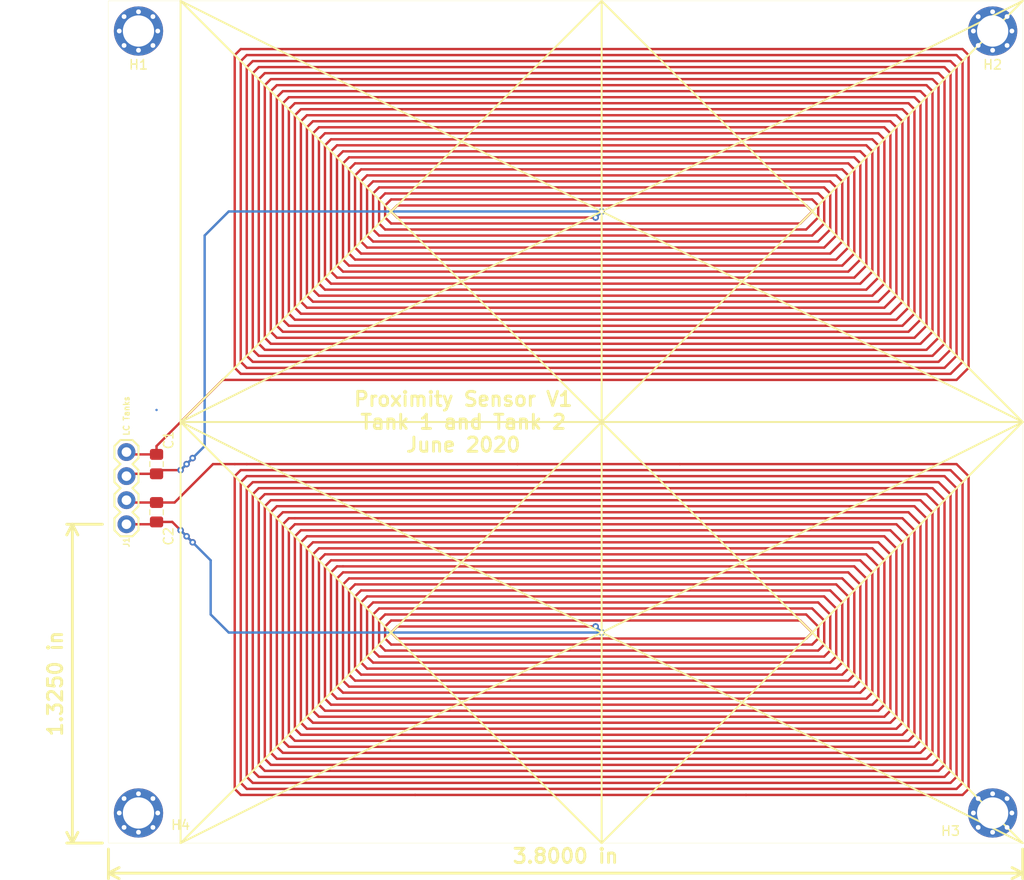
<source format=kicad_pcb>
(kicad_pcb (version 20171130) (host pcbnew "(5.0.2)-1")

  (general
    (thickness 1.6)
    (drawings 20)
    (tracks 499)
    (zones 0)
    (modules 7)
    (nets 7)
  )

  (page USLetter)
  (title_block
    (title "Proximity Sensor Tank: 2 Coils")
    (date 2020-06-24)
    (comment 4 "Cristinel Ababei")
  )

  (layers
    (0 F.Cu signal)
    (31 B.Cu signal)
    (32 B.Adhes user)
    (33 F.Adhes user)
    (34 B.Paste user)
    (35 F.Paste user)
    (36 B.SilkS user)
    (37 F.SilkS user)
    (38 B.Mask user)
    (39 F.Mask user)
    (40 Dwgs.User user)
    (41 Cmts.User user)
    (42 Eco1.User user)
    (43 Eco2.User user)
    (44 Edge.Cuts user)
    (45 Margin user)
    (46 B.CrtYd user)
    (47 F.CrtYd user)
    (48 B.Fab user)
    (49 F.Fab user)
  )

  (setup
    (last_trace_width 0.254)
    (user_trace_width 0.254)
    (user_trace_width 0.508)
    (trace_clearance 0.1524)
    (zone_clearance 0.508)
    (zone_45_only no)
    (trace_min 0.2286)
    (segment_width 0.2)
    (edge_width 0.15)
    (via_size 0.6858)
    (via_drill 0.3302)
    (via_min_size 0.6858)
    (via_min_drill 0.3302)
    (uvia_size 0.6858)
    (uvia_drill 0.3302)
    (uvias_allowed no)
    (uvia_min_size 0.2)
    (uvia_min_drill 0.1)
    (pcb_text_width 0.3)
    (pcb_text_size 1.5 1.5)
    (mod_edge_width 0.15)
    (mod_text_size 1 1)
    (mod_text_width 0.15)
    (pad_size 1.524 1.524)
    (pad_drill 0.762)
    (pad_to_mask_clearance 0.0508)
    (solder_mask_min_width 0.1016)
    (aux_axis_origin 0 0)
    (visible_elements 7FFFFFFF)
    (pcbplotparams
      (layerselection 0x010f0_ffffffff)
      (usegerberextensions false)
      (usegerberattributes false)
      (usegerberadvancedattributes false)
      (creategerberjobfile false)
      (excludeedgelayer true)
      (linewidth 0.100000)
      (plotframeref false)
      (viasonmask false)
      (mode 1)
      (useauxorigin false)
      (hpglpennumber 1)
      (hpglpenspeed 20)
      (hpglpendiameter 15.000000)
      (psnegative false)
      (psa4output false)
      (plotreference true)
      (plotvalue true)
      (plotinvisibletext false)
      (padsonsilk false)
      (subtractmaskfromsilk false)
      (outputformat 1)
      (mirror false)
      (drillshape 0)
      (scaleselection 1)
      (outputdirectory "Gerber_Files"))
  )

  (net 0 "")
  (net 1 /LC2)
  (net 2 /LC1)
  (net 3 "Net-(H1-Pad1)")
  (net 4 "Net-(H2-Pad1)")
  (net 5 "Net-(H3-Pad1)")
  (net 6 "Net-(H4-Pad1)")

  (net_class Default "This is the default net class."
    (clearance 0.1524)
    (trace_width 0.254)
    (via_dia 0.6858)
    (via_drill 0.3302)
    (uvia_dia 0.6858)
    (uvia_drill 0.3302)
    (diff_pair_gap 0.254)
    (diff_pair_width 0.2286)
    (add_net /LC1)
    (add_net /LC2)
    (add_net "Net-(H1-Pad1)")
    (add_net "Net-(H2-Pad1)")
    (add_net "Net-(H3-Pad1)")
    (add_net "Net-(H4-Pad1)")
  )

  (module Capacitor_SMD:C_0805_2012Metric_Pad1.15x1.40mm_HandSolder (layer F.Cu) (tedit 5B36C52B) (tstamp 5F0259E5)
    (at 30.48 74.295 90)
    (descr "Capacitor SMD 0805 (2012 Metric), square (rectangular) end terminal, IPC_7351 nominal with elongated pad for handsoldering. (Body size source: https://docs.google.com/spreadsheets/d/1BsfQQcO9C6DZCsRaXUlFlo91Tg2WpOkGARC1WS5S8t0/edit?usp=sharing), generated with kicad-footprint-generator")
    (tags "capacitor handsolder")
    (path /5EF40050)
    (attr smd)
    (fp_text reference C1 (at 2.54 1.27 90) (layer F.SilkS)
      (effects (font (size 1 1) (thickness 0.15)))
    )
    (fp_text value 270pF (at 6.35 1.27 90) (layer F.Fab)
      (effects (font (size 1 1) (thickness 0.15)))
    )
    (fp_text user %R (at 0 0 90) (layer F.Fab)
      (effects (font (size 0.5 0.5) (thickness 0.08)))
    )
    (fp_line (start 1.85 0.95) (end -1.85 0.95) (layer F.CrtYd) (width 0.05))
    (fp_line (start 1.85 -0.95) (end 1.85 0.95) (layer F.CrtYd) (width 0.05))
    (fp_line (start -1.85 -0.95) (end 1.85 -0.95) (layer F.CrtYd) (width 0.05))
    (fp_line (start -1.85 0.95) (end -1.85 -0.95) (layer F.CrtYd) (width 0.05))
    (fp_line (start -0.261252 0.71) (end 0.261252 0.71) (layer F.SilkS) (width 0.12))
    (fp_line (start -0.261252 -0.71) (end 0.261252 -0.71) (layer F.SilkS) (width 0.12))
    (fp_line (start 1 0.6) (end -1 0.6) (layer F.Fab) (width 0.1))
    (fp_line (start 1 -0.6) (end 1 0.6) (layer F.Fab) (width 0.1))
    (fp_line (start -1 -0.6) (end 1 -0.6) (layer F.Fab) (width 0.1))
    (fp_line (start -1 0.6) (end -1 -0.6) (layer F.Fab) (width 0.1))
    (pad 2 smd roundrect (at 1.025 0 90) (size 1.15 1.4) (layers F.Cu F.Paste F.Mask) (roundrect_rratio 0.217391)
      (net 2 /LC1))
    (pad 1 smd roundrect (at -1.025 0 90) (size 1.15 1.4) (layers F.Cu F.Paste F.Mask) (roundrect_rratio 0.217391)
      (net 2 /LC1))
    (model ${KISYS3DMOD}/Capacitor_SMD.3dshapes/C_0805_2012Metric.wrl
      (at (xyz 0 0 0))
      (scale (xyz 1 1 1))
      (rotate (xyz 0 0 0))
    )
  )

  (module Capacitor_SMD:C_0805_2012Metric_Pad1.15x1.40mm_HandSolder (layer F.Cu) (tedit 5B36C52B) (tstamp 5F0259F6)
    (at 30.48 79.375 90)
    (descr "Capacitor SMD 0805 (2012 Metric), square (rectangular) end terminal, IPC_7351 nominal with elongated pad for handsoldering. (Body size source: https://docs.google.com/spreadsheets/d/1BsfQQcO9C6DZCsRaXUlFlo91Tg2WpOkGARC1WS5S8t0/edit?usp=sharing), generated with kicad-footprint-generator")
    (tags "capacitor handsolder")
    (path /5EF401C2)
    (attr smd)
    (fp_text reference C2 (at -2.54 1.27 90) (layer F.SilkS)
      (effects (font (size 1 1) (thickness 0.15)))
    )
    (fp_text value 270pF (at -6.35 1.27 90) (layer F.Fab)
      (effects (font (size 1 1) (thickness 0.15)))
    )
    (fp_line (start -1 0.6) (end -1 -0.6) (layer F.Fab) (width 0.1))
    (fp_line (start -1 -0.6) (end 1 -0.6) (layer F.Fab) (width 0.1))
    (fp_line (start 1 -0.6) (end 1 0.6) (layer F.Fab) (width 0.1))
    (fp_line (start 1 0.6) (end -1 0.6) (layer F.Fab) (width 0.1))
    (fp_line (start -0.261252 -0.71) (end 0.261252 -0.71) (layer F.SilkS) (width 0.12))
    (fp_line (start -0.261252 0.71) (end 0.261252 0.71) (layer F.SilkS) (width 0.12))
    (fp_line (start -1.85 0.95) (end -1.85 -0.95) (layer F.CrtYd) (width 0.05))
    (fp_line (start -1.85 -0.95) (end 1.85 -0.95) (layer F.CrtYd) (width 0.05))
    (fp_line (start 1.85 -0.95) (end 1.85 0.95) (layer F.CrtYd) (width 0.05))
    (fp_line (start 1.85 0.95) (end -1.85 0.95) (layer F.CrtYd) (width 0.05))
    (fp_text user %R (at 0 0 90) (layer F.Fab)
      (effects (font (size 0.5 0.5) (thickness 0.08)))
    )
    (pad 1 smd roundrect (at -1.025 0 90) (size 1.15 1.4) (layers F.Cu F.Paste F.Mask) (roundrect_rratio 0.217391)
      (net 1 /LC2))
    (pad 2 smd roundrect (at 1.025 0 90) (size 1.15 1.4) (layers F.Cu F.Paste F.Mask) (roundrect_rratio 0.217391)
      (net 1 /LC2))
    (model ${KISYS3DMOD}/Capacitor_SMD.3dshapes/C_0805_2012Metric.wrl
      (at (xyz 0 0 0))
      (scale (xyz 1 1 1))
      (rotate (xyz 0 0 0))
    )
  )

  (module Hardware:STANDOFF_GROUNDING (layer F.Cu) (tedit 596A6999) (tstamp 5F025A03)
    (at 28.575 28.575)
    (path /5EF40027)
    (fp_text reference H1 (at 0 3.556) (layer F.SilkS)
      (effects (font (size 1 1) (thickness 0.15)))
    )
    (fp_text value 1 (at 3.81 -1.905) (layer F.Fab)
      (effects (font (size 1 1) (thickness 0.15)))
    )
    (pad 1 thru_hole circle (at 0 0) (size 5.2 5.2) (drill 3.302) (layers *.Cu *.Mask)
      (net 3 "Net-(H1-Pad1)"))
    (pad 1 thru_hole circle (at 2.032 0) (size 0.5 0.5) (drill 0.5) (layers *.Cu *.Mask)
      (net 3 "Net-(H1-Pad1)"))
    (pad 1 thru_hole circle (at -2.032 0) (size 0.5 0.5) (drill 0.5) (layers *.Cu *.Mask)
      (net 3 "Net-(H1-Pad1)"))
    (pad 1 thru_hole circle (at 0 -2.032) (size 0.5 0.5) (drill 0.5) (layers *.Cu *.Mask)
      (net 3 "Net-(H1-Pad1)"))
    (pad 1 thru_hole circle (at 0 2.032) (size 0.5 0.5) (drill 0.5) (layers *.Cu *.Mask)
      (net 3 "Net-(H1-Pad1)"))
    (pad 1 thru_hole circle (at 1.524 1.524) (size 0.5 0.5) (drill 0.5) (layers *.Cu *.Mask)
      (net 3 "Net-(H1-Pad1)"))
    (pad 1 thru_hole circle (at 1.524 -1.524) (size 0.5 0.5) (drill 0.5) (layers *.Cu *.Mask)
      (net 3 "Net-(H1-Pad1)"))
    (pad 1 thru_hole circle (at -1.524 -1.524) (size 0.5 0.5) (drill 0.5) (layers *.Cu *.Mask)
      (net 3 "Net-(H1-Pad1)"))
    (pad 1 thru_hole circle (at -1.524 1.524) (size 0.5 0.5) (drill 0.5) (layers *.Cu *.Mask)
      (net 3 "Net-(H1-Pad1)"))
  )

  (module Hardware:STANDOFF_GROUNDING (layer F.Cu) (tedit 596A6999) (tstamp 5F025A10)
    (at 118.745 28.575)
    (path /5EF40035)
    (fp_text reference H2 (at 0 3.556) (layer F.SilkS)
      (effects (font (size 1 1) (thickness 0.15)))
    )
    (fp_text value 2 (at -3.81 -1.27) (layer F.Fab)
      (effects (font (size 1 1) (thickness 0.15)))
    )
    (pad 1 thru_hole circle (at 0 0) (size 5.2 5.2) (drill 3.302) (layers *.Cu *.Mask)
      (net 4 "Net-(H2-Pad1)"))
    (pad 1 thru_hole circle (at 2.032 0) (size 0.5 0.5) (drill 0.5) (layers *.Cu *.Mask)
      (net 4 "Net-(H2-Pad1)"))
    (pad 1 thru_hole circle (at -2.032 0) (size 0.5 0.5) (drill 0.5) (layers *.Cu *.Mask)
      (net 4 "Net-(H2-Pad1)"))
    (pad 1 thru_hole circle (at 0 -2.032) (size 0.5 0.5) (drill 0.5) (layers *.Cu *.Mask)
      (net 4 "Net-(H2-Pad1)"))
    (pad 1 thru_hole circle (at 0 2.032) (size 0.5 0.5) (drill 0.5) (layers *.Cu *.Mask)
      (net 4 "Net-(H2-Pad1)"))
    (pad 1 thru_hole circle (at 1.524 1.524) (size 0.5 0.5) (drill 0.5) (layers *.Cu *.Mask)
      (net 4 "Net-(H2-Pad1)"))
    (pad 1 thru_hole circle (at 1.524 -1.524) (size 0.5 0.5) (drill 0.5) (layers *.Cu *.Mask)
      (net 4 "Net-(H2-Pad1)"))
    (pad 1 thru_hole circle (at -1.524 -1.524) (size 0.5 0.5) (drill 0.5) (layers *.Cu *.Mask)
      (net 4 "Net-(H2-Pad1)"))
    (pad 1 thru_hole circle (at -1.524 1.524) (size 0.5 0.5) (drill 0.5) (layers *.Cu *.Mask)
      (net 4 "Net-(H2-Pad1)"))
  )

  (module Hardware:STANDOFF_GROUNDING (layer F.Cu) (tedit 596A6999) (tstamp 5F025A1D)
    (at 118.745 111.125)
    (path /5EF4002E)
    (fp_text reference H3 (at -4.445 1.905) (layer F.SilkS)
      (effects (font (size 1 1) (thickness 0.15)))
    )
    (fp_text value 3 (at 0 -3.556) (layer F.Fab)
      (effects (font (size 1 1) (thickness 0.15)))
    )
    (pad 1 thru_hole circle (at -1.524 1.524) (size 0.5 0.5) (drill 0.5) (layers *.Cu *.Mask)
      (net 5 "Net-(H3-Pad1)"))
    (pad 1 thru_hole circle (at -1.524 -1.524) (size 0.5 0.5) (drill 0.5) (layers *.Cu *.Mask)
      (net 5 "Net-(H3-Pad1)"))
    (pad 1 thru_hole circle (at 1.524 -1.524) (size 0.5 0.5) (drill 0.5) (layers *.Cu *.Mask)
      (net 5 "Net-(H3-Pad1)"))
    (pad 1 thru_hole circle (at 1.524 1.524) (size 0.5 0.5) (drill 0.5) (layers *.Cu *.Mask)
      (net 5 "Net-(H3-Pad1)"))
    (pad 1 thru_hole circle (at 0 2.032) (size 0.5 0.5) (drill 0.5) (layers *.Cu *.Mask)
      (net 5 "Net-(H3-Pad1)"))
    (pad 1 thru_hole circle (at 0 -2.032) (size 0.5 0.5) (drill 0.5) (layers *.Cu *.Mask)
      (net 5 "Net-(H3-Pad1)"))
    (pad 1 thru_hole circle (at -2.032 0) (size 0.5 0.5) (drill 0.5) (layers *.Cu *.Mask)
      (net 5 "Net-(H3-Pad1)"))
    (pad 1 thru_hole circle (at 2.032 0) (size 0.5 0.5) (drill 0.5) (layers *.Cu *.Mask)
      (net 5 "Net-(H3-Pad1)"))
    (pad 1 thru_hole circle (at 0 0) (size 5.2 5.2) (drill 3.302) (layers *.Cu *.Mask)
      (net 5 "Net-(H3-Pad1)"))
  )

  (module Hardware:STANDOFF_GROUNDING (layer F.Cu) (tedit 596A6999) (tstamp 5F025A2A)
    (at 28.575 111.125)
    (path /5EF4003C)
    (fp_text reference H4 (at 4.445 1.27) (layer F.SilkS)
      (effects (font (size 1 1) (thickness 0.15)))
    )
    (fp_text value 4 (at 0 -3.556) (layer F.Fab)
      (effects (font (size 1 1) (thickness 0.15)))
    )
    (pad 1 thru_hole circle (at -1.524 1.524) (size 0.5 0.5) (drill 0.5) (layers *.Cu *.Mask)
      (net 6 "Net-(H4-Pad1)"))
    (pad 1 thru_hole circle (at -1.524 -1.524) (size 0.5 0.5) (drill 0.5) (layers *.Cu *.Mask)
      (net 6 "Net-(H4-Pad1)"))
    (pad 1 thru_hole circle (at 1.524 -1.524) (size 0.5 0.5) (drill 0.5) (layers *.Cu *.Mask)
      (net 6 "Net-(H4-Pad1)"))
    (pad 1 thru_hole circle (at 1.524 1.524) (size 0.5 0.5) (drill 0.5) (layers *.Cu *.Mask)
      (net 6 "Net-(H4-Pad1)"))
    (pad 1 thru_hole circle (at 0 2.032) (size 0.5 0.5) (drill 0.5) (layers *.Cu *.Mask)
      (net 6 "Net-(H4-Pad1)"))
    (pad 1 thru_hole circle (at 0 -2.032) (size 0.5 0.5) (drill 0.5) (layers *.Cu *.Mask)
      (net 6 "Net-(H4-Pad1)"))
    (pad 1 thru_hole circle (at -2.032 0) (size 0.5 0.5) (drill 0.5) (layers *.Cu *.Mask)
      (net 6 "Net-(H4-Pad1)"))
    (pad 1 thru_hole circle (at 2.032 0) (size 0.5 0.5) (drill 0.5) (layers *.Cu *.Mask)
      (net 6 "Net-(H4-Pad1)"))
    (pad 1 thru_hole circle (at 0 0) (size 5.2 5.2) (drill 3.302) (layers *.Cu *.Mask)
      (net 6 "Net-(H4-Pad1)"))
  )

  (module Connectors:1X04 (layer F.Cu) (tedit 5963D2C6) (tstamp 5F025A4C)
    (at 27.305 73.025 270)
    (descr "PLATED THROUGH HOLE - 4 PIN")
    (tags "PLATED THROUGH HOLE - 4 PIN")
    (path /5EF40044)
    (attr virtual)
    (fp_text reference J1 (at 9.525 0 270) (layer F.SilkS)
      (effects (font (size 0.6096 0.6096) (thickness 0.127)))
    )
    (fp_text value "LC Tanks" (at -3.81 0 270) (layer F.SilkS)
      (effects (font (size 0.6096 0.6096) (thickness 0.127)))
    )
    (fp_line (start 6.985 -1.27) (end 8.255 -1.27) (layer F.SilkS) (width 0.2032))
    (fp_line (start 8.255 -1.27) (end 8.89 -0.635) (layer F.SilkS) (width 0.2032))
    (fp_line (start 8.89 0.635) (end 8.255 1.27) (layer F.SilkS) (width 0.2032))
    (fp_line (start 3.81 -0.635) (end 4.445 -1.27) (layer F.SilkS) (width 0.2032))
    (fp_line (start 4.445 -1.27) (end 5.715 -1.27) (layer F.SilkS) (width 0.2032))
    (fp_line (start 5.715 -1.27) (end 6.35 -0.635) (layer F.SilkS) (width 0.2032))
    (fp_line (start 6.35 0.635) (end 5.715 1.27) (layer F.SilkS) (width 0.2032))
    (fp_line (start 5.715 1.27) (end 4.445 1.27) (layer F.SilkS) (width 0.2032))
    (fp_line (start 4.445 1.27) (end 3.81 0.635) (layer F.SilkS) (width 0.2032))
    (fp_line (start 6.985 -1.27) (end 6.35 -0.635) (layer F.SilkS) (width 0.2032))
    (fp_line (start 6.35 0.635) (end 6.985 1.27) (layer F.SilkS) (width 0.2032))
    (fp_line (start 8.255 1.27) (end 6.985 1.27) (layer F.SilkS) (width 0.2032))
    (fp_line (start -0.635 -1.27) (end 0.635 -1.27) (layer F.SilkS) (width 0.2032))
    (fp_line (start 0.635 -1.27) (end 1.27 -0.635) (layer F.SilkS) (width 0.2032))
    (fp_line (start 1.27 0.635) (end 0.635 1.27) (layer F.SilkS) (width 0.2032))
    (fp_line (start 1.27 -0.635) (end 1.905 -1.27) (layer F.SilkS) (width 0.2032))
    (fp_line (start 1.905 -1.27) (end 3.175 -1.27) (layer F.SilkS) (width 0.2032))
    (fp_line (start 3.175 -1.27) (end 3.81 -0.635) (layer F.SilkS) (width 0.2032))
    (fp_line (start 3.81 0.635) (end 3.175 1.27) (layer F.SilkS) (width 0.2032))
    (fp_line (start 3.175 1.27) (end 1.905 1.27) (layer F.SilkS) (width 0.2032))
    (fp_line (start 1.905 1.27) (end 1.27 0.635) (layer F.SilkS) (width 0.2032))
    (fp_line (start -1.27 -0.635) (end -1.27 0.635) (layer F.SilkS) (width 0.2032))
    (fp_line (start -0.635 -1.27) (end -1.27 -0.635) (layer F.SilkS) (width 0.2032))
    (fp_line (start -1.27 0.635) (end -0.635 1.27) (layer F.SilkS) (width 0.2032))
    (fp_line (start 0.635 1.27) (end -0.635 1.27) (layer F.SilkS) (width 0.2032))
    (fp_line (start 8.89 -0.635) (end 8.89 0.635) (layer F.SilkS) (width 0.2032))
    (pad 1 thru_hole circle (at 0 0 270) (size 1.8796 1.8796) (drill 1.016) (layers *.Cu *.Mask)
      (net 2 /LC1) (solder_mask_margin 0.1016))
    (pad 2 thru_hole circle (at 2.54 0 270) (size 1.8796 1.8796) (drill 1.016) (layers *.Cu *.Mask)
      (net 2 /LC1) (solder_mask_margin 0.1016))
    (pad 3 thru_hole circle (at 5.08 0 270) (size 1.8796 1.8796) (drill 1.016) (layers *.Cu *.Mask)
      (net 1 /LC2) (solder_mask_margin 0.1016))
    (pad 4 thru_hole circle (at 7.62 0 270) (size 1.8796 1.8796) (drill 1.016) (layers *.Cu *.Mask)
      (net 1 /LC2) (solder_mask_margin 0.1016))
  )

  (gr_text "Proximity Sensor V1\nTank 1 and Tank 2\nJune 2020" (at 62.865 69.85) (layer F.SilkS)
    (effects (font (size 1.5 1.5) (thickness 0.3)))
  )
  (gr_line (start 77.47 25.4) (end 121.92 69.85) (layer F.SilkS) (width 0.2))
  (gr_line (start 33.02 69.85) (end 77.47 114.3) (layer F.SilkS) (width 0.2))
  (gr_line (start 77.47 25.4) (end 33.02 69.85) (layer F.SilkS) (width 0.2))
  (gr_line (start 33.02 114.3) (end 121.92 25.4) (layer F.SilkS) (width 0.2))
  (gr_line (start 33.02 25.4) (end 121.92 114.3) (layer F.SilkS) (width 0.2))
  (gr_line (start 77.47 114.3) (end 121.92 69.85) (layer F.SilkS) (width 0.2))
  (gr_line (start 77.47 25.4) (end 77.47 114.3) (layer F.SilkS) (width 0.2))
  (gr_line (start 33.02 69.85) (end 121.92 114.3) (layer F.SilkS) (width 0.2))
  (gr_line (start 33.02 114.3) (end 121.92 69.85) (layer F.SilkS) (width 0.2))
  (gr_line (start 33.02 25.4) (end 121.92 69.85) (layer F.SilkS) (width 0.2))
  (gr_line (start 33.02 69.85) (end 121.92 25.4) (layer F.SilkS) (width 0.2))
  (gr_line (start 33.02 25.4) (end 33.02 114.3) (layer F.SilkS) (width 0.2))
  (gr_line (start 121.92 69.85) (end 33.02 69.85) (layer F.SilkS) (width 0.2))
  (dimension 33.655 (width 0.3) (layer F.SilkS)
    (gr_text "1.3250 in" (at 19.49 97.4725 90) (layer F.SilkS)
      (effects (font (size 1.5 1.5) (thickness 0.3)))
    )
    (feature1 (pts (xy 24.765 80.645) (xy 21.003579 80.645)))
    (feature2 (pts (xy 24.765 114.3) (xy 21.003579 114.3)))
    (crossbar (pts (xy 21.59 114.3) (xy 21.59 80.645)))
    (arrow1a (pts (xy 21.59 80.645) (xy 22.176421 81.771504)))
    (arrow1b (pts (xy 21.59 80.645) (xy 21.003579 81.771504)))
    (arrow2a (pts (xy 21.59 114.3) (xy 22.176421 113.173496)))
    (arrow2b (pts (xy 21.59 114.3) (xy 21.003579 113.173496)))
  )
  (dimension 96.52 (width 0.3) (layer F.SilkS)
    (gr_text "3.8000 in" (at 73.66 119.575) (layer F.SilkS)
      (effects (font (size 1.5 1.5) (thickness 0.3)))
    )
    (feature1 (pts (xy 121.92 114.935) (xy 121.92 118.061421)))
    (feature2 (pts (xy 25.4 114.935) (xy 25.4 118.061421)))
    (crossbar (pts (xy 25.4 117.475) (xy 121.92 117.475)))
    (arrow1a (pts (xy 121.92 117.475) (xy 120.793496 118.061421)))
    (arrow1b (pts (xy 121.92 117.475) (xy 120.793496 116.888579)))
    (arrow2a (pts (xy 25.4 117.475) (xy 26.526504 118.061421)))
    (arrow2b (pts (xy 25.4 117.475) (xy 26.526504 116.888579)))
  )
  (gr_line (start 121.92 25.4) (end 25.4 25.4) (layer F.SilkS) (width 0.0254))
  (gr_line (start 121.92 114.3) (end 121.92 25.4) (layer F.SilkS) (width 0.0254))
  (gr_line (start 25.4 114.3) (end 121.92 114.3) (layer F.SilkS) (width 0.0254))
  (gr_line (start 25.4 25.4) (end 25.4 114.3) (layer F.SilkS) (width 0.0254))

  (segment (start 77.47 47.625) (end 77.47 47.625) (width 0.254) (layer F.Cu) (net 2) (tstamp 5F02606E))
  (segment (start 52.07 88.9) (end 52.07 95.25) (width 0.254) (layer F.Cu) (net 1))
  (segment (start 52.705 88.265) (end 52.07 88.9) (width 0.254) (layer F.Cu) (net 1))
  (segment (start 100.965 88.265) (end 52.705 88.265) (width 0.254) (layer F.Cu) (net 1))
  (segment (start 102.235 89.535) (end 100.965 88.265) (width 0.254) (layer F.Cu) (net 1))
  (segment (start 102.235 94.615) (end 102.235 89.535) (width 0.254) (layer F.Cu) (net 1))
  (segment (start 101.6 95.25) (end 102.235 94.615) (width 0.254) (layer F.Cu) (net 1))
  (segment (start 99.06 90.17) (end 54.61 90.17) (width 0.254) (layer F.Cu) (net 1))
  (segment (start 100.33 91.44) (end 99.06 90.17) (width 0.254) (layer F.Cu) (net 1))
  (segment (start 100.965 90.805) (end 99.695 89.535) (width 0.254) (layer F.Cu) (net 1))
  (segment (start 99.695 93.345) (end 100.33 92.71) (width 0.254) (layer F.Cu) (net 1))
  (segment (start 100.965 93.345) (end 100.965 90.805) (width 0.254) (layer F.Cu) (net 1))
  (segment (start 55.245 93.345) (end 99.695 93.345) (width 0.254) (layer F.Cu) (net 1))
  (segment (start 99.06 92.71) (end 99.695 92.075) (width 0.254) (layer F.Cu) (net 1))
  (segment (start 54.61 92.71) (end 55.245 93.345) (width 0.254) (layer F.Cu) (net 1))
  (segment (start 55.245 90.805) (end 54.61 91.44) (width 0.254) (layer F.Cu) (net 1))
  (segment (start 98.425 90.805) (end 55.245 90.805) (width 0.254) (layer F.Cu) (net 1))
  (segment (start 100.33 92.71) (end 100.33 91.44) (width 0.254) (layer F.Cu) (net 1))
  (segment (start 99.695 92.075) (end 98.425 90.805) (width 0.254) (layer F.Cu) (net 1))
  (segment (start 54.61 91.44) (end 54.61 92.71) (width 0.254) (layer F.Cu) (net 1))
  (segment (start 77.47 92.075) (end 77.47 92.075) (width 0.254) (layer F.Cu) (net 1))
  (segment (start 76.835 91.44) (end 76.835 91.44) (width 0.254) (layer F.Cu) (net 1))
  (segment (start 55.88 91.44) (end 55.245 92.075) (width 0.254) (layer F.Cu) (net 1))
  (segment (start 55.245 92.075) (end 55.88 92.71) (width 0.254) (layer F.Cu) (net 1))
  (segment (start 55.88 92.71) (end 99.06 92.71) (width 0.254) (layer F.Cu) (net 1))
  (segment (start 54.61 90.17) (end 53.975 90.805) (width 0.254) (layer F.Cu) (net 1))
  (segment (start 53.975 90.805) (end 53.975 93.345) (width 0.254) (layer F.Cu) (net 1))
  (segment (start 100.33 93.98) (end 100.965 93.345) (width 0.254) (layer F.Cu) (net 1))
  (segment (start 53.975 93.345) (end 54.61 93.98) (width 0.254) (layer F.Cu) (net 1))
  (segment (start 54.61 93.98) (end 100.33 93.98) (width 0.254) (layer F.Cu) (net 1))
  (segment (start 100.33 88.9) (end 53.34 88.9) (width 0.254) (layer F.Cu) (net 1))
  (segment (start 99.695 89.535) (end 53.975 89.535) (width 0.254) (layer F.Cu) (net 1))
  (segment (start 53.975 89.535) (end 53.34 90.17) (width 0.254) (layer F.Cu) (net 1))
  (segment (start 53.34 90.17) (end 53.34 93.98) (width 0.254) (layer F.Cu) (net 1))
  (segment (start 53.34 93.98) (end 53.975 94.615) (width 0.254) (layer F.Cu) (net 1))
  (segment (start 52.705 89.535) (end 52.705 94.615) (width 0.254) (layer F.Cu) (net 1))
  (segment (start 53.975 94.615) (end 100.965 94.615) (width 0.254) (layer F.Cu) (net 1))
  (segment (start 100.965 94.615) (end 101.6 93.98) (width 0.254) (layer F.Cu) (net 1))
  (segment (start 101.6 93.98) (end 101.6 90.17) (width 0.254) (layer F.Cu) (net 1))
  (segment (start 101.6 90.17) (end 100.33 88.9) (width 0.254) (layer F.Cu) (net 1))
  (segment (start 53.34 88.9) (end 52.705 89.535) (width 0.254) (layer F.Cu) (net 1))
  (segment (start 52.705 94.615) (end 53.34 95.25) (width 0.254) (layer F.Cu) (net 1))
  (segment (start 53.34 95.25) (end 101.6 95.25) (width 0.254) (layer F.Cu) (net 1))
  (segment (start 52.07 95.25) (end 52.705 95.885) (width 0.254) (layer F.Cu) (net 1))
  (segment (start 52.705 95.885) (end 102.235 95.885) (width 0.254) (layer F.Cu) (net 1))
  (segment (start 102.235 95.885) (end 102.87 95.25) (width 0.254) (layer F.Cu) (net 1))
  (segment (start 102.87 95.25) (end 102.87 88.9) (width 0.254) (layer F.Cu) (net 1))
  (segment (start 103.505 95.885) (end 103.505 88.265) (width 0.254) (layer F.Cu) (net 1))
  (segment (start 104.14 96.52) (end 104.14 87.63) (width 0.254) (layer F.Cu) (net 1))
  (segment (start 104.775 97.155) (end 104.775 86.995) (width 0.254) (layer F.Cu) (net 1))
  (segment (start 102.87 88.9) (end 101.6 87.63) (width 0.254) (layer F.Cu) (net 1))
  (segment (start 101.6 87.63) (end 52.07 87.63) (width 0.254) (layer F.Cu) (net 1))
  (segment (start 52.07 87.63) (end 51.435 88.265) (width 0.254) (layer F.Cu) (net 1))
  (segment (start 51.435 88.265) (end 51.435 95.885) (width 0.254) (layer F.Cu) (net 1))
  (segment (start 51.435 95.885) (end 52.07 96.52) (width 0.254) (layer F.Cu) (net 1))
  (segment (start 52.07 96.52) (end 102.87 96.52) (width 0.254) (layer F.Cu) (net 1))
  (segment (start 102.87 96.52) (end 103.505 95.885) (width 0.254) (layer F.Cu) (net 1))
  (segment (start 103.505 88.265) (end 102.235 86.995) (width 0.254) (layer F.Cu) (net 1))
  (segment (start 102.235 86.995) (end 51.435 86.995) (width 0.254) (layer F.Cu) (net 1))
  (segment (start 51.435 86.995) (end 50.8 87.63) (width 0.254) (layer F.Cu) (net 1))
  (segment (start 50.8 87.63) (end 50.8 96.52) (width 0.254) (layer F.Cu) (net 1))
  (segment (start 50.8 96.52) (end 51.435 97.155) (width 0.254) (layer F.Cu) (net 1))
  (segment (start 51.435 97.155) (end 103.505 97.155) (width 0.254) (layer F.Cu) (net 1))
  (segment (start 103.505 97.155) (end 104.14 96.52) (width 0.254) (layer F.Cu) (net 1))
  (segment (start 104.14 87.63) (end 102.87 86.36) (width 0.254) (layer F.Cu) (net 1))
  (segment (start 102.87 86.36) (end 50.8 86.36) (width 0.254) (layer F.Cu) (net 1))
  (segment (start 50.8 86.36) (end 50.165 86.995) (width 0.254) (layer F.Cu) (net 1))
  (segment (start 50.165 86.995) (end 50.165 97.155) (width 0.254) (layer F.Cu) (net 1))
  (segment (start 50.165 97.155) (end 50.8 97.79) (width 0.254) (layer F.Cu) (net 1))
  (segment (start 50.8 97.79) (end 104.14 97.79) (width 0.254) (layer F.Cu) (net 1))
  (segment (start 104.14 97.79) (end 104.775 97.155) (width 0.254) (layer F.Cu) (net 1))
  (segment (start 104.775 86.995) (end 103.505 85.725) (width 0.254) (layer F.Cu) (net 1))
  (segment (start 103.505 85.725) (end 50.165 85.725) (width 0.254) (layer F.Cu) (net 1))
  (segment (start 50.165 85.725) (end 49.53 86.36) (width 0.254) (layer F.Cu) (net 1))
  (segment (start 49.53 86.36) (end 49.53 97.79) (width 0.254) (layer F.Cu) (net 1))
  (segment (start 49.53 97.79) (end 50.165 98.425) (width 0.254) (layer F.Cu) (net 1))
  (segment (start 50.165 98.425) (end 104.775 98.425) (width 0.254) (layer F.Cu) (net 1))
  (segment (start 104.775 98.425) (end 105.41 97.79) (width 0.254) (layer F.Cu) (net 1))
  (segment (start 105.41 97.79) (end 105.41 86.36) (width 0.254) (layer F.Cu) (net 1))
  (segment (start 105.41 86.36) (end 104.14 85.09) (width 0.254) (layer F.Cu) (net 1))
  (segment (start 104.14 85.09) (end 50.165 85.09) (width 0.254) (layer F.Cu) (net 1))
  (segment (start 50.165 85.09) (end 49.53 85.09) (width 0.254) (layer F.Cu) (net 1))
  (segment (start 49.53 85.09) (end 48.895 85.725) (width 0.254) (layer F.Cu) (net 1))
  (segment (start 48.895 85.725) (end 48.895 98.425) (width 0.254) (layer F.Cu) (net 1))
  (segment (start 48.895 98.425) (end 49.53 99.06) (width 0.254) (layer F.Cu) (net 1))
  (segment (start 49.53 99.06) (end 105.41 99.06) (width 0.254) (layer F.Cu) (net 1))
  (segment (start 105.41 99.06) (end 106.045 98.425) (width 0.254) (layer F.Cu) (net 1))
  (segment (start 106.045 98.425) (end 106.045 85.725) (width 0.254) (layer F.Cu) (net 1))
  (segment (start 106.045 85.725) (end 104.775 84.455) (width 0.254) (layer F.Cu) (net 1))
  (segment (start 104.775 84.455) (end 48.895 84.455) (width 0.254) (layer F.Cu) (net 1))
  (segment (start 48.895 84.455) (end 48.26 85.09) (width 0.254) (layer F.Cu) (net 1))
  (segment (start 48.26 85.09) (end 48.26 99.06) (width 0.254) (layer F.Cu) (net 1))
  (segment (start 48.26 99.06) (end 48.895 99.695) (width 0.254) (layer F.Cu) (net 1))
  (segment (start 48.895 99.695) (end 106.045 99.695) (width 0.254) (layer F.Cu) (net 1))
  (segment (start 106.045 99.695) (end 106.68 99.06) (width 0.254) (layer F.Cu) (net 1))
  (segment (start 106.68 99.06) (end 106.68 85.09) (width 0.254) (layer F.Cu) (net 1))
  (segment (start 106.68 85.09) (end 105.41 83.82) (width 0.254) (layer F.Cu) (net 1))
  (segment (start 105.41 83.82) (end 48.26 83.82) (width 0.254) (layer F.Cu) (net 1))
  (segment (start 48.26 83.82) (end 47.625 84.455) (width 0.254) (layer F.Cu) (net 1))
  (segment (start 47.625 84.455) (end 47.625 99.695) (width 0.254) (layer F.Cu) (net 1))
  (segment (start 47.625 99.695) (end 48.26 100.33) (width 0.254) (layer F.Cu) (net 1))
  (segment (start 48.26 100.33) (end 106.68 100.33) (width 0.254) (layer F.Cu) (net 1))
  (segment (start 106.68 100.33) (end 107.315 99.695) (width 0.254) (layer F.Cu) (net 1))
  (segment (start 107.315 99.695) (end 107.315 84.455) (width 0.254) (layer F.Cu) (net 1))
  (segment (start 107.315 84.455) (end 106.045 83.185) (width 0.254) (layer F.Cu) (net 1))
  (segment (start 106.045 83.185) (end 47.625 83.185) (width 0.254) (layer F.Cu) (net 1))
  (segment (start 47.625 83.185) (end 46.99 83.82) (width 0.254) (layer F.Cu) (net 1))
  (segment (start 46.99 83.82) (end 46.99 100.33) (width 0.254) (layer F.Cu) (net 1))
  (segment (start 46.99 100.33) (end 47.625 100.965) (width 0.254) (layer F.Cu) (net 1))
  (segment (start 47.625 100.965) (end 107.315 100.965) (width 0.254) (layer F.Cu) (net 1))
  (segment (start 107.315 100.965) (end 107.95 100.33) (width 0.254) (layer F.Cu) (net 1))
  (segment (start 107.95 100.33) (end 107.95 83.82) (width 0.254) (layer F.Cu) (net 1))
  (segment (start 107.95 83.82) (end 106.68 82.55) (width 0.254) (layer F.Cu) (net 1))
  (segment (start 106.68 82.55) (end 46.99 82.55) (width 0.254) (layer F.Cu) (net 1))
  (segment (start 46.99 82.55) (end 46.355 83.185) (width 0.254) (layer F.Cu) (net 1))
  (segment (start 46.355 83.185) (end 46.355 100.965) (width 0.254) (layer F.Cu) (net 1))
  (segment (start 46.355 100.965) (end 46.99 101.6) (width 0.254) (layer F.Cu) (net 1))
  (segment (start 46.99 101.6) (end 107.95 101.6) (width 0.254) (layer F.Cu) (net 1))
  (segment (start 107.95 101.6) (end 108.585 100.965) (width 0.254) (layer F.Cu) (net 1))
  (segment (start 108.585 100.965) (end 108.585 83.185) (width 0.254) (layer F.Cu) (net 1))
  (segment (start 108.585 83.185) (end 107.315 81.915) (width 0.254) (layer F.Cu) (net 1))
  (segment (start 107.315 81.915) (end 46.355 81.915) (width 0.254) (layer F.Cu) (net 1))
  (segment (start 46.355 81.915) (end 45.72 82.55) (width 0.254) (layer F.Cu) (net 1))
  (segment (start 45.72 82.55) (end 45.72 101.6) (width 0.254) (layer F.Cu) (net 1))
  (segment (start 45.72 101.6) (end 46.355 102.235) (width 0.254) (layer F.Cu) (net 1))
  (segment (start 46.355 102.235) (end 108.585 102.235) (width 0.254) (layer F.Cu) (net 1))
  (segment (start 108.585 102.235) (end 109.22 101.6) (width 0.254) (layer F.Cu) (net 1))
  (segment (start 109.22 101.6) (end 109.22 82.55) (width 0.254) (layer F.Cu) (net 1))
  (segment (start 109.22 82.55) (end 107.95 81.28) (width 0.254) (layer F.Cu) (net 1))
  (segment (start 107.95 81.28) (end 45.72 81.28) (width 0.254) (layer F.Cu) (net 1))
  (segment (start 45.72 81.28) (end 45.085 81.915) (width 0.254) (layer F.Cu) (net 1))
  (segment (start 45.085 81.915) (end 45.085 102.235) (width 0.254) (layer F.Cu) (net 1))
  (segment (start 45.085 102.235) (end 45.72 102.87) (width 0.254) (layer F.Cu) (net 1))
  (segment (start 45.72 102.87) (end 109.22 102.87) (width 0.254) (layer F.Cu) (net 1))
  (segment (start 109.22 102.87) (end 109.855 102.235) (width 0.254) (layer F.Cu) (net 1))
  (segment (start 109.855 102.235) (end 109.855 81.915) (width 0.254) (layer F.Cu) (net 1))
  (segment (start 109.855 81.915) (end 108.585 80.645) (width 0.254) (layer F.Cu) (net 1))
  (segment (start 108.585 80.645) (end 45.085 80.645) (width 0.254) (layer F.Cu) (net 1))
  (segment (start 45.085 80.645) (end 44.45 81.28) (width 0.254) (layer F.Cu) (net 1))
  (segment (start 44.45 81.28) (end 44.45 102.87) (width 0.254) (layer F.Cu) (net 1))
  (segment (start 44.45 102.87) (end 45.085 103.505) (width 0.254) (layer F.Cu) (net 1))
  (segment (start 45.085 103.505) (end 109.855 103.505) (width 0.254) (layer F.Cu) (net 1))
  (segment (start 109.855 103.505) (end 110.49 102.87) (width 0.254) (layer F.Cu) (net 1))
  (segment (start 110.49 102.87) (end 110.49 81.28) (width 0.254) (layer F.Cu) (net 1))
  (segment (start 110.49 81.28) (end 109.22 80.01) (width 0.254) (layer F.Cu) (net 1))
  (segment (start 109.22 80.01) (end 45.085 80.01) (width 0.254) (layer F.Cu) (net 1))
  (segment (start 45.085 80.01) (end 44.45 80.01) (width 0.254) (layer F.Cu) (net 1))
  (segment (start 44.45 80.01) (end 43.815 80.645) (width 0.254) (layer F.Cu) (net 1))
  (segment (start 43.815 80.645) (end 43.815 103.505) (width 0.254) (layer F.Cu) (net 1))
  (segment (start 43.815 103.505) (end 44.45 104.14) (width 0.254) (layer F.Cu) (net 1))
  (segment (start 44.45 104.14) (end 110.49 104.14) (width 0.254) (layer F.Cu) (net 1))
  (segment (start 110.49 104.14) (end 111.125 103.505) (width 0.254) (layer F.Cu) (net 1))
  (segment (start 111.125 103.505) (end 111.125 80.645) (width 0.254) (layer F.Cu) (net 1))
  (segment (start 111.125 80.645) (end 109.855 79.375) (width 0.254) (layer F.Cu) (net 1))
  (segment (start 109.855 79.375) (end 43.815 79.375) (width 0.254) (layer F.Cu) (net 1))
  (segment (start 43.815 79.375) (end 43.18 80.01) (width 0.254) (layer F.Cu) (net 1))
  (segment (start 43.18 80.01) (end 43.18 104.14) (width 0.254) (layer F.Cu) (net 1))
  (segment (start 43.18 104.14) (end 43.815 104.775) (width 0.254) (layer F.Cu) (net 1))
  (segment (start 43.815 104.775) (end 111.125 104.775) (width 0.254) (layer F.Cu) (net 1))
  (segment (start 111.125 104.775) (end 111.76 104.14) (width 0.254) (layer F.Cu) (net 1))
  (segment (start 111.76 104.14) (end 111.76 80.01) (width 0.254) (layer F.Cu) (net 1))
  (segment (start 111.76 80.01) (end 110.49 78.74) (width 0.254) (layer F.Cu) (net 1))
  (segment (start 110.49 78.74) (end 43.18 78.74) (width 0.254) (layer F.Cu) (net 1))
  (segment (start 43.18 78.74) (end 42.545 79.375) (width 0.254) (layer F.Cu) (net 1))
  (segment (start 42.545 79.375) (end 42.545 104.775) (width 0.254) (layer F.Cu) (net 1))
  (segment (start 42.545 104.775) (end 43.18 105.41) (width 0.254) (layer F.Cu) (net 1))
  (segment (start 43.18 105.41) (end 111.76 105.41) (width 0.254) (layer F.Cu) (net 1))
  (segment (start 111.76 105.41) (end 112.395 104.775) (width 0.254) (layer F.Cu) (net 1))
  (segment (start 112.395 104.775) (end 112.395 79.375) (width 0.254) (layer F.Cu) (net 1))
  (segment (start 112.395 79.375) (end 111.125 78.105) (width 0.254) (layer F.Cu) (net 1))
  (segment (start 111.125 78.105) (end 42.545 78.105) (width 0.254) (layer F.Cu) (net 1))
  (segment (start 42.545 78.105) (end 41.91 78.74) (width 0.254) (layer F.Cu) (net 1))
  (segment (start 41.91 78.74) (end 41.91 105.41) (width 0.254) (layer F.Cu) (net 1))
  (segment (start 41.91 105.41) (end 42.545 106.045) (width 0.254) (layer F.Cu) (net 1))
  (segment (start 42.545 106.045) (end 112.395 106.045) (width 0.254) (layer F.Cu) (net 1))
  (segment (start 112.395 106.045) (end 113.03 105.41) (width 0.254) (layer F.Cu) (net 1))
  (segment (start 113.03 105.41) (end 113.03 78.74) (width 0.254) (layer F.Cu) (net 1))
  (segment (start 113.03 78.74) (end 111.76 77.47) (width 0.254) (layer F.Cu) (net 1))
  (segment (start 111.76 77.47) (end 41.91 77.47) (width 0.254) (layer F.Cu) (net 1))
  (segment (start 41.91 77.47) (end 41.275 78.105) (width 0.254) (layer F.Cu) (net 1))
  (segment (start 41.275 78.105) (end 41.275 106.045) (width 0.254) (layer F.Cu) (net 1))
  (segment (start 41.275 106.045) (end 41.91 106.68) (width 0.254) (layer F.Cu) (net 1))
  (segment (start 41.91 106.68) (end 113.03 106.68) (width 0.254) (layer F.Cu) (net 1))
  (segment (start 113.03 106.68) (end 113.665 106.045) (width 0.254) (layer F.Cu) (net 1))
  (segment (start 113.665 106.045) (end 113.665 78.105) (width 0.254) (layer F.Cu) (net 1))
  (segment (start 113.665 78.105) (end 112.395 76.835) (width 0.254) (layer F.Cu) (net 1))
  (segment (start 112.395 76.835) (end 41.275 76.835) (width 0.254) (layer F.Cu) (net 1))
  (segment (start 41.275 76.835) (end 40.64 77.47) (width 0.254) (layer F.Cu) (net 1))
  (segment (start 40.64 77.47) (end 40.64 106.68) (width 0.254) (layer F.Cu) (net 1))
  (segment (start 40.64 106.68) (end 41.275 107.315) (width 0.254) (layer F.Cu) (net 1))
  (segment (start 41.275 107.315) (end 113.665 107.315) (width 0.254) (layer F.Cu) (net 1))
  (segment (start 113.665 107.315) (end 114.3 106.68) (width 0.254) (layer F.Cu) (net 1))
  (segment (start 114.3 106.68) (end 114.3 77.47) (width 0.254) (layer F.Cu) (net 1))
  (segment (start 114.3 77.47) (end 113.03 76.2) (width 0.254) (layer F.Cu) (net 1))
  (segment (start 113.03 76.2) (end 40.64 76.2) (width 0.254) (layer F.Cu) (net 1))
  (segment (start 40.64 76.2) (end 40.005 76.835) (width 0.254) (layer F.Cu) (net 1))
  (segment (start 40.005 76.835) (end 40.005 107.315) (width 0.254) (layer F.Cu) (net 1))
  (segment (start 40.005 107.315) (end 40.64 107.95) (width 0.254) (layer F.Cu) (net 1))
  (segment (start 40.64 107.95) (end 114.3 107.95) (width 0.254) (layer F.Cu) (net 1))
  (segment (start 114.3 107.95) (end 114.935 107.315) (width 0.254) (layer F.Cu) (net 1))
  (segment (start 114.935 107.315) (end 114.935 76.835) (width 0.254) (layer F.Cu) (net 1))
  (segment (start 114.935 76.835) (end 113.665 75.565) (width 0.254) (layer F.Cu) (net 1))
  (segment (start 113.665 75.565) (end 40.005 75.565) (width 0.254) (layer F.Cu) (net 1))
  (segment (start 40.005 75.565) (end 39.37 76.2) (width 0.254) (layer F.Cu) (net 1))
  (segment (start 39.37 76.2) (end 39.37 107.95) (width 0.254) (layer F.Cu) (net 1))
  (segment (start 39.37 107.95) (end 40.005 108.585) (width 0.254) (layer F.Cu) (net 1))
  (segment (start 40.005 108.585) (end 114.935 108.585) (width 0.254) (layer F.Cu) (net 1))
  (segment (start 114.935 108.585) (end 115.57 107.95) (width 0.254) (layer F.Cu) (net 1))
  (segment (start 115.57 107.95) (end 115.57 76.2) (width 0.254) (layer F.Cu) (net 1))
  (segment (start 115.57 76.2) (end 114.3 74.93) (width 0.254) (layer F.Cu) (net 1))
  (segment (start 114.3 74.93) (end 39.37 74.93) (width 0.254) (layer F.Cu) (net 1))
  (segment (start 39.37 74.93) (end 38.735 75.565) (width 0.254) (layer F.Cu) (net 1))
  (segment (start 38.735 75.565) (end 38.735 108.585) (width 0.254) (layer F.Cu) (net 1))
  (segment (start 38.735 108.585) (end 39.37 109.22) (width 0.254) (layer F.Cu) (net 1))
  (segment (start 39.37 109.22) (end 57.785 109.22) (width 0.254) (layer F.Cu) (net 1))
  (segment (start 57.785 109.22) (end 92.71 109.22) (width 0.254) (layer F.Cu) (net 1))
  (segment (start 92.71 109.22) (end 115.57 109.22) (width 0.254) (layer F.Cu) (net 1))
  (segment (start 115.57 109.22) (end 116.205 108.585) (width 0.254) (layer F.Cu) (net 1))
  (segment (start 116.205 108.585) (end 116.205 75.565) (width 0.254) (layer F.Cu) (net 1))
  (segment (start 116.205 75.565) (end 114.935 74.295) (width 0.254) (layer F.Cu) (net 1))
  (segment (start 114.935 74.295) (end 85.725 74.295) (width 0.254) (layer F.Cu) (net 1))
  (segment (start 85.725 74.295) (end 68.58 74.295) (width 0.254) (layer F.Cu) (net 1))
  (segment (start 68.58 74.295) (end 40.005 74.295) (width 0.254) (layer F.Cu) (net 1))
  (segment (start 40.005 74.295) (end 38.735 74.295) (width 0.254) (layer F.Cu) (net 1))
  (segment (start 38.735 74.295) (end 37.465 74.295) (width 0.254) (layer F.Cu) (net 1))
  (segment (start 36.44 74.295) (end 32.385 78.35) (width 0.254) (layer F.Cu) (net 1))
  (segment (start 37.465 74.295) (end 36.44 74.295) (width 0.254) (layer F.Cu) (net 1))
  (segment (start 30.48 78.35) (end 32.385 78.35) (width 0.254) (layer F.Cu) (net 1))
  (segment (start 27.55 78.35) (end 27.305 78.105) (width 0.254) (layer F.Cu) (net 1))
  (segment (start 30.48 78.35) (end 27.55 78.35) (width 0.254) (layer F.Cu) (net 1))
  (segment (start 30.235 80.645) (end 30.48 80.4) (width 0.254) (layer F.Cu) (net 1))
  (segment (start 27.305 80.645) (end 30.235 80.645) (width 0.254) (layer F.Cu) (net 1))
  (segment (start 30.48 80.4) (end 32.14 80.4) (width 0.254) (layer F.Cu) (net 1))
  (segment (start 76.835 91.44) (end 55.88 91.44) (width 0.254) (layer F.Cu) (net 1) (tstamp 5F02637C))
  (via (at 76.835 91.44) (size 0.6858) (drill 0.3302) (layers F.Cu B.Cu) (net 1))
  (segment (start 76.835 91.44) (end 76.835 91.44) (width 0.254) (layer F.Cu) (net 1) (tstamp 5F02637E))
  (via (at 76.835 91.44) (size 0.6858) (drill 0.3302) (layers F.Cu B.Cu) (net 1))
  (segment (start 36.195 84.455) (end 34.29 82.55) (width 0.254) (layer B.Cu) (net 1))
  (segment (start 33.02 81.28) (end 33.02 81.28) (width 0.254) (layer B.Cu) (net 1) (tstamp 5F026388))
  (via (at 33.02 81.28) (size 0.6858) (drill 0.3302) (layers F.Cu B.Cu) (net 1))
  (via (at 33.655 81.915) (size 0.6858) (drill 0.3302) (layers F.Cu B.Cu) (net 1))
  (via (at 34.29 82.55) (size 0.6858) (drill 0.3302) (layers F.Cu B.Cu) (net 1))
  (segment (start 32.14 80.4) (end 33.02 81.28) (width 0.254) (layer F.Cu) (net 1))
  (segment (start 33.02 81.28) (end 33.655 81.915) (width 0.254) (layer F.Cu) (net 1))
  (segment (start 33.655 81.915) (end 34.29 82.55) (width 0.254) (layer F.Cu) (net 1))
  (segment (start 33.02 81.28) (end 34.29 82.55) (width 0.254) (layer B.Cu) (net 1))
  (segment (start 36.195 84.455) (end 36.195 90.17) (width 0.254) (layer B.Cu) (net 1))
  (segment (start 36.195 90.17) (end 38.1 92.075) (width 0.254) (layer B.Cu) (net 1))
  (segment (start 77.47 92.075) (end 38.1 92.075) (width 0.254) (layer B.Cu) (net 1))
  (segment (start 77.47 92.075) (end 76.835 91.44) (width 0.254) (layer B.Cu) (net 1))
  (segment (start 76.835 91.44) (end 77.47 92.075) (width 0.254) (layer F.Cu) (net 1))
  (segment (start 77.47 92.075) (end 77.47 92.075) (width 0.254) (layer F.Cu) (net 1) (tstamp 5F0263C8))
  (via (at 77.47 92.075) (size 0.6858) (drill 0.3302) (layers F.Cu B.Cu) (net 1))
  (segment (start 77.47 92.075) (end 77.47 92.075) (width 0.254) (layer F.Cu) (net 1) (tstamp 5F0263CA))
  (via (at 77.47 92.075) (size 0.6858) (drill 0.3302) (layers F.Cu B.Cu) (net 1))
  (segment (start 27.55 75.32) (end 27.305 75.565) (width 0.254) (layer F.Cu) (net 2))
  (segment (start 30.48 75.32) (end 27.55 75.32) (width 0.254) (layer F.Cu) (net 2))
  (segment (start 76.835 48.26) (end 76.835 48.26) (width 0.254) (layer F.Cu) (net 2) (tstamp 5F0263D8))
  (via (at 76.835 48.26) (size 0.6858) (drill 0.3302) (layers F.Cu B.Cu) (net 2))
  (segment (start 76.835 48.26) (end 76.835 48.26) (width 0.254) (layer F.Cu) (net 2) (tstamp 5F0263DA))
  (via (at 76.835 48.26) (size 0.6858) (drill 0.3302) (layers F.Cu B.Cu) (net 2))
  (segment (start 77.47 47.625) (end 38.1 47.625) (width 0.254) (layer B.Cu) (net 2))
  (segment (start 77.47 47.625) (end 76.835 48.26) (width 0.254) (layer B.Cu) (net 2))
  (segment (start 77.47 47.625) (end 76.835 48.26) (width 0.254) (layer F.Cu) (net 2) (tstamp 5F0263E8))
  (via (at 77.47 47.625) (size 0.6858) (drill 0.3302) (layers F.Cu B.Cu) (net 2))
  (segment (start 77.47 47.625) (end 77.47 47.625) (width 0.254) (layer F.Cu) (net 2) (tstamp 5F0263EA))
  (via (at 77.47 47.625) (size 0.6858) (drill 0.3302) (layers F.Cu B.Cu) (net 2))
  (segment (start 38.1 47.625) (end 35.56 50.165) (width 0.254) (layer B.Cu) (net 2))
  (segment (start 30.48 68.58) (end 30.48 68.58) (width 0.254) (layer B.Cu) (net 2) (tstamp 5F026423))
  (segment (start 27.55 73.27) (end 27.305 73.025) (width 0.254) (layer F.Cu) (net 2))
  (segment (start 30.48 73.27) (end 27.55 73.27) (width 0.254) (layer F.Cu) (net 2))
  (segment (start 30.48 72.39) (end 30.48 73.27) (width 0.254) (layer F.Cu) (net 2))
  (segment (start 37.465 65.405) (end 30.48 72.39) (width 0.254) (layer F.Cu) (net 2))
  (segment (start 114.935 65.405) (end 37.465 65.405) (width 0.254) (layer F.Cu) (net 2))
  (segment (start 116.205 64.135) (end 114.935 65.405) (width 0.254) (layer F.Cu) (net 2))
  (segment (start 116.205 31.115) (end 116.205 64.135) (width 0.254) (layer F.Cu) (net 2))
  (segment (start 115.57 30.48) (end 116.205 31.115) (width 0.254) (layer F.Cu) (net 2))
  (segment (start 38.735 31.115) (end 39.37 30.48) (width 0.254) (layer F.Cu) (net 2))
  (segment (start 38.735 64.135) (end 38.735 31.115) (width 0.254) (layer F.Cu) (net 2))
  (segment (start 39.37 64.77) (end 38.735 64.135) (width 0.254) (layer F.Cu) (net 2))
  (segment (start 114.3 64.77) (end 39.37 64.77) (width 0.254) (layer F.Cu) (net 2))
  (segment (start 115.57 63.5) (end 114.3 64.77) (width 0.254) (layer F.Cu) (net 2))
  (segment (start 114.935 31.115) (end 115.57 31.75) (width 0.254) (layer F.Cu) (net 2))
  (segment (start 40.005 31.115) (end 114.935 31.115) (width 0.254) (layer F.Cu) (net 2))
  (segment (start 39.37 31.75) (end 40.005 31.115) (width 0.254) (layer F.Cu) (net 2))
  (segment (start 39.37 63.5) (end 39.37 31.75) (width 0.254) (layer F.Cu) (net 2))
  (segment (start 40.005 64.135) (end 39.37 63.5) (width 0.254) (layer F.Cu) (net 2))
  (segment (start 113.665 64.135) (end 40.005 64.135) (width 0.254) (layer F.Cu) (net 2))
  (segment (start 114.935 62.865) (end 113.665 64.135) (width 0.254) (layer F.Cu) (net 2))
  (segment (start 114.935 32.385) (end 114.935 62.865) (width 0.254) (layer F.Cu) (net 2))
  (segment (start 114.3 31.75) (end 114.935 32.385) (width 0.254) (layer F.Cu) (net 2))
  (segment (start 40.64 31.75) (end 114.3 31.75) (width 0.254) (layer F.Cu) (net 2))
  (segment (start 40.005 32.385) (end 40.64 31.75) (width 0.254) (layer F.Cu) (net 2))
  (segment (start 40.64 63.5) (end 40.005 62.865) (width 0.254) (layer F.Cu) (net 2))
  (segment (start 113.03 63.5) (end 40.64 63.5) (width 0.254) (layer F.Cu) (net 2))
  (segment (start 114.3 62.23) (end 113.03 63.5) (width 0.254) (layer F.Cu) (net 2))
  (segment (start 113.665 32.385) (end 114.3 33.02) (width 0.254) (layer F.Cu) (net 2))
  (segment (start 41.275 32.385) (end 113.665 32.385) (width 0.254) (layer F.Cu) (net 2))
  (segment (start 40.64 33.02) (end 41.275 32.385) (width 0.254) (layer F.Cu) (net 2))
  (segment (start 40.64 62.23) (end 40.64 33.02) (width 0.254) (layer F.Cu) (net 2))
  (segment (start 41.275 62.865) (end 40.64 62.23) (width 0.254) (layer F.Cu) (net 2))
  (segment (start 112.395 62.865) (end 41.275 62.865) (width 0.254) (layer F.Cu) (net 2))
  (segment (start 113.665 61.595) (end 112.395 62.865) (width 0.254) (layer F.Cu) (net 2))
  (segment (start 113.665 33.655) (end 113.665 61.595) (width 0.254) (layer F.Cu) (net 2))
  (segment (start 113.03 33.02) (end 113.665 33.655) (width 0.254) (layer F.Cu) (net 2))
  (segment (start 41.91 33.02) (end 113.03 33.02) (width 0.254) (layer F.Cu) (net 2))
  (segment (start 41.275 33.655) (end 41.91 33.02) (width 0.254) (layer F.Cu) (net 2))
  (segment (start 41.275 61.595) (end 41.275 33.655) (width 0.254) (layer F.Cu) (net 2))
  (segment (start 41.91 62.23) (end 41.275 61.595) (width 0.254) (layer F.Cu) (net 2))
  (segment (start 111.76 62.23) (end 41.91 62.23) (width 0.254) (layer F.Cu) (net 2))
  (segment (start 113.03 60.96) (end 111.76 62.23) (width 0.254) (layer F.Cu) (net 2))
  (segment (start 112.395 33.655) (end 113.03 34.29) (width 0.254) (layer F.Cu) (net 2))
  (segment (start 42.545 33.655) (end 112.395 33.655) (width 0.254) (layer F.Cu) (net 2))
  (segment (start 41.91 34.29) (end 42.545 33.655) (width 0.254) (layer F.Cu) (net 2))
  (segment (start 41.91 60.96) (end 41.91 34.29) (width 0.254) (layer F.Cu) (net 2))
  (segment (start 100.33 45.72) (end 100.965 46.355) (width 0.254) (layer F.Cu) (net 2))
  (segment (start 104.775 42.545) (end 104.775 52.705) (width 0.254) (layer F.Cu) (net 2))
  (segment (start 102.87 53.34) (end 50.8 53.34) (width 0.254) (layer F.Cu) (net 2))
  (segment (start 46.99 57.15) (end 46.355 56.515) (width 0.254) (layer F.Cu) (net 2))
  (segment (start 115.57 31.75) (end 115.57 63.5) (width 0.254) (layer F.Cu) (net 2))
  (segment (start 99.06 49.53) (end 54.61 49.53) (width 0.254) (layer F.Cu) (net 2))
  (segment (start 50.8 52.07) (end 50.8 43.18) (width 0.254) (layer F.Cu) (net 2))
  (segment (start 51.435 52.705) (end 50.8 52.07) (width 0.254) (layer F.Cu) (net 2))
  (segment (start 101.6 44.45) (end 102.235 45.085) (width 0.254) (layer F.Cu) (net 2))
  (segment (start 46.99 55.88) (end 46.99 39.37) (width 0.254) (layer F.Cu) (net 2))
  (segment (start 50.8 43.18) (end 51.435 42.545) (width 0.254) (layer F.Cu) (net 2))
  (segment (start 54.61 46.99) (end 55.245 46.355) (width 0.254) (layer F.Cu) (net 2))
  (segment (start 103.505 51.435) (end 102.235 52.705) (width 0.254) (layer F.Cu) (net 2))
  (segment (start 44.45 35.56) (end 110.49 35.56) (width 0.254) (layer F.Cu) (net 2))
  (segment (start 43.18 60.96) (end 42.545 60.325) (width 0.254) (layer F.Cu) (net 2))
  (segment (start 106.68 57.15) (end 46.99 57.15) (width 0.254) (layer F.Cu) (net 2))
  (segment (start 102.87 43.18) (end 103.505 43.815) (width 0.254) (layer F.Cu) (net 2))
  (segment (start 44.45 59.69) (end 43.815 59.055) (width 0.254) (layer F.Cu) (net 2))
  (segment (start 104.775 52.705) (end 103.505 53.975) (width 0.254) (layer F.Cu) (net 2))
  (segment (start 99.695 50.165) (end 53.975 50.165) (width 0.254) (layer F.Cu) (net 2))
  (segment (start 46.99 39.37) (end 47.625 38.735) (width 0.254) (layer F.Cu) (net 2))
  (segment (start 52.07 43.18) (end 102.87 43.18) (width 0.254) (layer F.Cu) (net 2))
  (segment (start 45.72 38.1) (end 46.355 37.465) (width 0.254) (layer F.Cu) (net 2))
  (segment (start 111.76 35.56) (end 111.76 59.69) (width 0.254) (layer F.Cu) (net 2))
  (segment (start 51.435 51.435) (end 51.435 43.815) (width 0.254) (layer F.Cu) (net 2))
  (segment (start 46.355 37.465) (end 108.585 37.465) (width 0.254) (layer F.Cu) (net 2))
  (segment (start 52.07 52.07) (end 51.435 51.435) (width 0.254) (layer F.Cu) (net 2))
  (segment (start 110.49 36.83) (end 110.49 58.42) (width 0.254) (layer F.Cu) (net 2))
  (segment (start 49.53 41.91) (end 50.165 41.275) (width 0.254) (layer F.Cu) (net 2))
  (segment (start 101.6 52.07) (end 52.07 52.07) (width 0.254) (layer F.Cu) (net 2))
  (segment (start 105.41 41.91) (end 105.41 53.34) (width 0.254) (layer F.Cu) (net 2))
  (segment (start 102.87 50.8) (end 101.6 52.07) (width 0.254) (layer F.Cu) (net 2))
  (segment (start 44.45 58.42) (end 44.45 36.83) (width 0.254) (layer F.Cu) (net 2))
  (segment (start 111.76 34.29) (end 112.395 34.925) (width 0.254) (layer F.Cu) (net 2))
  (segment (start 102.87 44.45) (end 102.87 50.8) (width 0.254) (layer F.Cu) (net 2))
  (segment (start 46.355 57.785) (end 45.72 57.15) (width 0.254) (layer F.Cu) (net 2))
  (segment (start 102.235 43.815) (end 102.87 44.45) (width 0.254) (layer F.Cu) (net 2))
  (segment (start 52.705 43.815) (end 102.235 43.815) (width 0.254) (layer F.Cu) (net 2))
  (segment (start 47.625 40.005) (end 48.26 39.37) (width 0.254) (layer F.Cu) (net 2))
  (segment (start 111.125 36.195) (end 111.125 59.055) (width 0.254) (layer F.Cu) (net 2))
  (segment (start 104.14 52.07) (end 102.87 53.34) (width 0.254) (layer F.Cu) (net 2))
  (segment (start 52.07 44.45) (end 52.705 43.815) (width 0.254) (layer F.Cu) (net 2))
  (segment (start 52.705 51.435) (end 52.07 50.8) (width 0.254) (layer F.Cu) (net 2))
  (segment (start 44.45 36.83) (end 45.085 36.195) (width 0.254) (layer F.Cu) (net 2))
  (segment (start 100.965 51.435) (end 52.705 51.435) (width 0.254) (layer F.Cu) (net 2))
  (segment (start 108.585 38.735) (end 108.585 56.515) (width 0.254) (layer F.Cu) (net 2))
  (segment (start 102.235 45.085) (end 102.235 50.165) (width 0.254) (layer F.Cu) (net 2))
  (segment (start 109.22 36.83) (end 109.855 37.465) (width 0.254) (layer F.Cu) (net 2))
  (segment (start 43.815 34.925) (end 111.125 34.925) (width 0.254) (layer F.Cu) (net 2))
  (segment (start 51.435 43.815) (end 52.07 43.18) (width 0.254) (layer F.Cu) (net 2))
  (segment (start 107.315 38.735) (end 107.95 39.37) (width 0.254) (layer F.Cu) (net 2))
  (segment (start 43.18 59.69) (end 43.18 35.56) (width 0.254) (layer F.Cu) (net 2))
  (segment (start 39.37 30.48) (end 115.57 30.48) (width 0.254) (layer F.Cu) (net 2))
  (segment (start 100.33 48.26) (end 99.06 49.53) (width 0.254) (layer F.Cu) (net 2))
  (segment (start 100.33 46.99) (end 100.33 48.26) (width 0.254) (layer F.Cu) (net 2))
  (segment (start 107.95 55.88) (end 106.68 57.15) (width 0.254) (layer F.Cu) (net 2))
  (segment (start 54.61 48.26) (end 54.61 46.99) (width 0.254) (layer F.Cu) (net 2))
  (segment (start 42.545 34.925) (end 43.18 34.29) (width 0.254) (layer F.Cu) (net 2))
  (segment (start 105.41 53.34) (end 104.14 54.61) (width 0.254) (layer F.Cu) (net 2))
  (segment (start 55.245 46.355) (end 99.695 46.355) (width 0.254) (layer F.Cu) (net 2))
  (segment (start 49.53 53.34) (end 49.53 41.91) (width 0.254) (layer F.Cu) (net 2))
  (segment (start 106.045 53.975) (end 104.775 55.245) (width 0.254) (layer F.Cu) (net 2))
  (segment (start 104.14 41.91) (end 104.775 42.545) (width 0.254) (layer F.Cu) (net 2))
  (segment (start 55.88 48.26) (end 55.245 47.625) (width 0.254) (layer F.Cu) (net 2))
  (segment (start 54.61 49.53) (end 53.975 48.895) (width 0.254) (layer F.Cu) (net 2))
  (segment (start 109.855 37.465) (end 109.855 57.785) (width 0.254) (layer F.Cu) (net 2))
  (segment (start 50.165 41.275) (end 104.775 41.275) (width 0.254) (layer F.Cu) (net 2))
  (segment (start 53.975 46.355) (end 54.61 45.72) (width 0.254) (layer F.Cu) (net 2))
  (segment (start 45.085 57.785) (end 45.085 37.465) (width 0.254) (layer F.Cu) (net 2))
  (segment (start 42.545 60.325) (end 42.545 34.925) (width 0.254) (layer F.Cu) (net 2))
  (segment (start 103.505 43.815) (end 103.505 51.435) (width 0.254) (layer F.Cu) (net 2))
  (segment (start 43.815 59.055) (end 43.815 36.195) (width 0.254) (layer F.Cu) (net 2))
  (segment (start 53.34 44.45) (end 101.6 44.45) (width 0.254) (layer F.Cu) (net 2))
  (segment (start 110.49 58.42) (end 109.22 59.69) (width 0.254) (layer F.Cu) (net 2))
  (segment (start 111.125 59.055) (end 109.855 60.325) (width 0.254) (layer F.Cu) (net 2))
  (segment (start 40.005 62.865) (end 40.005 32.385) (width 0.254) (layer F.Cu) (net 2))
  (segment (start 102.235 52.705) (end 51.435 52.705) (width 0.254) (layer F.Cu) (net 2))
  (segment (start 48.895 53.975) (end 48.895 41.275) (width 0.254) (layer F.Cu) (net 2))
  (segment (start 52.07 50.8) (end 52.07 44.45) (width 0.254) (layer F.Cu) (net 2))
  (segment (start 45.085 36.195) (end 109.855 36.195) (width 0.254) (layer F.Cu) (net 2))
  (segment (start 112.395 60.325) (end 111.125 61.595) (width 0.254) (layer F.Cu) (net 2))
  (segment (start 113.03 34.29) (end 113.03 60.96) (width 0.254) (layer F.Cu) (net 2))
  (segment (start 76.835 48.26) (end 55.88 48.26) (width 0.254) (layer F.Cu) (net 2))
  (segment (start 103.505 53.975) (end 50.165 53.975) (width 0.254) (layer F.Cu) (net 2))
  (segment (start 50.165 42.545) (end 50.8 41.91) (width 0.254) (layer F.Cu) (net 2))
  (segment (start 52.705 50.165) (end 52.705 45.085) (width 0.254) (layer F.Cu) (net 2))
  (segment (start 45.72 36.83) (end 109.22 36.83) (width 0.254) (layer F.Cu) (net 2))
  (segment (start 104.775 41.275) (end 105.41 41.91) (width 0.254) (layer F.Cu) (net 2))
  (segment (start 99.695 46.355) (end 100.33 46.99) (width 0.254) (layer F.Cu) (net 2))
  (segment (start 54.61 45.72) (end 100.33 45.72) (width 0.254) (layer F.Cu) (net 2))
  (segment (start 48.895 40.005) (end 106.045 40.005) (width 0.254) (layer F.Cu) (net 2))
  (segment (start 108.585 56.515) (end 107.315 57.785) (width 0.254) (layer F.Cu) (net 2))
  (segment (start 55.88 46.99) (end 99.06 46.99) (width 0.254) (layer F.Cu) (net 2))
  (segment (start 50.165 52.705) (end 50.165 42.545) (width 0.254) (layer F.Cu) (net 2))
  (segment (start 52.705 45.085) (end 53.34 44.45) (width 0.254) (layer F.Cu) (net 2))
  (segment (start 45.72 57.15) (end 45.72 38.1) (width 0.254) (layer F.Cu) (net 2))
  (segment (start 101.6 45.72) (end 101.6 49.53) (width 0.254) (layer F.Cu) (net 2))
  (segment (start 109.22 59.69) (end 44.45 59.69) (width 0.254) (layer F.Cu) (net 2))
  (segment (start 48.26 55.88) (end 47.625 55.245) (width 0.254) (layer F.Cu) (net 2))
  (segment (start 99.06 46.99) (end 99.695 47.625) (width 0.254) (layer F.Cu) (net 2))
  (segment (start 55.245 47.625) (end 55.88 46.99) (width 0.254) (layer F.Cu) (net 2))
  (segment (start 48.26 40.64) (end 48.895 40.005) (width 0.254) (layer F.Cu) (net 2))
  (segment (start 53.975 48.895) (end 53.975 46.355) (width 0.254) (layer F.Cu) (net 2))
  (segment (start 107.315 40.005) (end 107.315 55.245) (width 0.254) (layer F.Cu) (net 2))
  (segment (start 102.235 50.165) (end 100.965 51.435) (width 0.254) (layer F.Cu) (net 2))
  (segment (start 108.585 59.055) (end 45.085 59.055) (width 0.254) (layer F.Cu) (net 2))
  (segment (start 42.545 61.595) (end 41.91 60.96) (width 0.254) (layer F.Cu) (net 2))
  (segment (start 99.695 47.625) (end 98.425 48.895) (width 0.254) (layer F.Cu) (net 2))
  (segment (start 53.34 49.53) (end 53.34 45.72) (width 0.254) (layer F.Cu) (net 2))
  (segment (start 47.625 56.515) (end 46.99 55.88) (width 0.254) (layer F.Cu) (net 2))
  (segment (start 50.8 53.34) (end 50.165 52.705) (width 0.254) (layer F.Cu) (net 2))
  (segment (start 100.965 46.355) (end 100.965 48.895) (width 0.254) (layer F.Cu) (net 2))
  (segment (start 100.965 48.895) (end 99.695 50.165) (width 0.254) (layer F.Cu) (net 2))
  (segment (start 107.95 39.37) (end 107.95 55.88) (width 0.254) (layer F.Cu) (net 2))
  (segment (start 53.975 50.165) (end 53.34 49.53) (width 0.254) (layer F.Cu) (net 2))
  (segment (start 50.165 53.975) (end 49.53 53.34) (width 0.254) (layer F.Cu) (net 2))
  (segment (start 114.3 33.02) (end 114.3 62.23) (width 0.254) (layer F.Cu) (net 2))
  (segment (start 104.14 43.18) (end 104.14 52.07) (width 0.254) (layer F.Cu) (net 2))
  (segment (start 55.245 48.895) (end 54.61 48.26) (width 0.254) (layer F.Cu) (net 2))
  (segment (start 53.975 45.085) (end 100.965 45.085) (width 0.254) (layer F.Cu) (net 2))
  (segment (start 100.965 45.085) (end 101.6 45.72) (width 0.254) (layer F.Cu) (net 2))
  (segment (start 109.22 38.1) (end 109.22 57.15) (width 0.254) (layer F.Cu) (net 2))
  (segment (start 98.425 48.895) (end 55.245 48.895) (width 0.254) (layer F.Cu) (net 2))
  (segment (start 50.8 41.91) (end 104.14 41.91) (width 0.254) (layer F.Cu) (net 2))
  (segment (start 106.045 40.005) (end 106.68 40.64) (width 0.254) (layer F.Cu) (net 2))
  (segment (start 47.625 38.735) (end 107.315 38.735) (width 0.254) (layer F.Cu) (net 2))
  (segment (start 100.33 50.8) (end 53.34 50.8) (width 0.254) (layer F.Cu) (net 2))
  (segment (start 43.815 36.195) (end 44.45 35.56) (width 0.254) (layer F.Cu) (net 2))
  (segment (start 112.395 34.925) (end 112.395 60.325) (width 0.254) (layer F.Cu) (net 2))
  (segment (start 53.34 50.8) (end 52.705 50.165) (width 0.254) (layer F.Cu) (net 2))
  (segment (start 109.855 36.195) (end 110.49 36.83) (width 0.254) (layer F.Cu) (net 2))
  (segment (start 104.14 54.61) (end 49.53 54.61) (width 0.254) (layer F.Cu) (net 2))
  (segment (start 49.53 54.61) (end 48.895 53.975) (width 0.254) (layer F.Cu) (net 2))
  (segment (start 48.895 41.275) (end 49.53 40.64) (width 0.254) (layer F.Cu) (net 2))
  (segment (start 49.53 40.64) (end 105.41 40.64) (width 0.254) (layer F.Cu) (net 2))
  (segment (start 45.085 37.465) (end 45.72 36.83) (width 0.254) (layer F.Cu) (net 2))
  (segment (start 105.41 40.64) (end 106.045 41.275) (width 0.254) (layer F.Cu) (net 2))
  (segment (start 109.855 57.785) (end 108.585 59.055) (width 0.254) (layer F.Cu) (net 2))
  (segment (start 106.045 41.275) (end 106.045 53.975) (width 0.254) (layer F.Cu) (net 2))
  (segment (start 107.95 38.1) (end 108.585 38.735) (width 0.254) (layer F.Cu) (net 2))
  (segment (start 108.585 37.465) (end 109.22 38.1) (width 0.254) (layer F.Cu) (net 2))
  (segment (start 104.775 55.245) (end 48.895 55.245) (width 0.254) (layer F.Cu) (net 2))
  (segment (start 45.085 59.055) (end 44.45 58.42) (width 0.254) (layer F.Cu) (net 2))
  (segment (start 101.6 49.53) (end 100.33 50.8) (width 0.254) (layer F.Cu) (net 2))
  (segment (start 48.895 55.245) (end 48.26 54.61) (width 0.254) (layer F.Cu) (net 2))
  (segment (start 53.34 45.72) (end 53.975 45.085) (width 0.254) (layer F.Cu) (net 2))
  (segment (start 48.26 54.61) (end 48.26 40.64) (width 0.254) (layer F.Cu) (net 2))
  (segment (start 106.68 40.64) (end 106.68 54.61) (width 0.254) (layer F.Cu) (net 2))
  (segment (start 111.125 61.595) (end 42.545 61.595) (width 0.254) (layer F.Cu) (net 2))
  (segment (start 106.68 54.61) (end 105.41 55.88) (width 0.254) (layer F.Cu) (net 2))
  (segment (start 105.41 55.88) (end 48.26 55.88) (width 0.254) (layer F.Cu) (net 2))
  (segment (start 47.625 55.245) (end 47.625 40.005) (width 0.254) (layer F.Cu) (net 2))
  (segment (start 48.26 39.37) (end 106.68 39.37) (width 0.254) (layer F.Cu) (net 2))
  (segment (start 106.68 39.37) (end 107.315 40.005) (width 0.254) (layer F.Cu) (net 2))
  (segment (start 107.315 55.245) (end 106.045 56.515) (width 0.254) (layer F.Cu) (net 2))
  (segment (start 51.435 42.545) (end 103.505 42.545) (width 0.254) (layer F.Cu) (net 2))
  (segment (start 106.045 56.515) (end 47.625 56.515) (width 0.254) (layer F.Cu) (net 2))
  (segment (start 46.355 56.515) (end 46.355 38.735) (width 0.254) (layer F.Cu) (net 2))
  (segment (start 46.355 38.735) (end 46.99 38.1) (width 0.254) (layer F.Cu) (net 2))
  (segment (start 103.505 42.545) (end 104.14 43.18) (width 0.254) (layer F.Cu) (net 2))
  (segment (start 46.99 38.1) (end 107.95 38.1) (width 0.254) (layer F.Cu) (net 2))
  (segment (start 107.315 57.785) (end 46.355 57.785) (width 0.254) (layer F.Cu) (net 2))
  (segment (start 109.22 57.15) (end 107.95 58.42) (width 0.254) (layer F.Cu) (net 2))
  (segment (start 107.95 58.42) (end 45.72 58.42) (width 0.254) (layer F.Cu) (net 2))
  (segment (start 45.72 58.42) (end 45.085 57.785) (width 0.254) (layer F.Cu) (net 2))
  (segment (start 110.49 35.56) (end 111.125 36.195) (width 0.254) (layer F.Cu) (net 2))
  (segment (start 109.855 60.325) (end 43.815 60.325) (width 0.254) (layer F.Cu) (net 2))
  (segment (start 43.815 60.325) (end 43.18 59.69) (width 0.254) (layer F.Cu) (net 2))
  (segment (start 43.18 35.56) (end 43.815 34.925) (width 0.254) (layer F.Cu) (net 2))
  (segment (start 111.125 34.925) (end 111.76 35.56) (width 0.254) (layer F.Cu) (net 2))
  (segment (start 111.76 59.69) (end 110.49 60.96) (width 0.254) (layer F.Cu) (net 2))
  (segment (start 110.49 60.96) (end 43.18 60.96) (width 0.254) (layer F.Cu) (net 2))
  (segment (start 43.18 34.29) (end 111.76 34.29) (width 0.254) (layer F.Cu) (net 2))
  (segment (start 35.56 50.165) (end 35.56 72.39) (width 0.254) (layer B.Cu) (net 2))
  (segment (start 35.56 72.39) (end 34.29 73.66) (width 0.254) (layer B.Cu) (net 2))
  (segment (start 33.02 74.93) (end 33.02 74.93) (width 0.254) (layer B.Cu) (net 2) (tstamp 5F026444))
  (via (at 33.02 74.93) (size 0.6858) (drill 0.3302) (layers F.Cu B.Cu) (net 2))
  (segment (start 30.87 74.93) (end 30.48 75.32) (width 0.254) (layer F.Cu) (net 2))
  (segment (start 33.02 74.93) (end 30.87 74.93) (width 0.254) (layer F.Cu) (net 2))
  (segment (start 33.02 74.93) (end 34.29 73.66) (width 0.254) (layer F.Cu) (net 2))
  (segment (start 33.655 74.295) (end 33.02 74.93) (width 0.254) (layer B.Cu) (net 2) (tstamp 5F02644E))
  (via (at 33.655 74.295) (size 0.6858) (drill 0.3302) (layers F.Cu B.Cu) (net 2))
  (segment (start 34.29 73.66) (end 33.655 74.295) (width 0.254) (layer B.Cu) (net 2) (tstamp 5F026450))
  (via (at 34.29 73.66) (size 0.6858) (drill 0.3302) (layers F.Cu B.Cu) (net 2))

)

</source>
